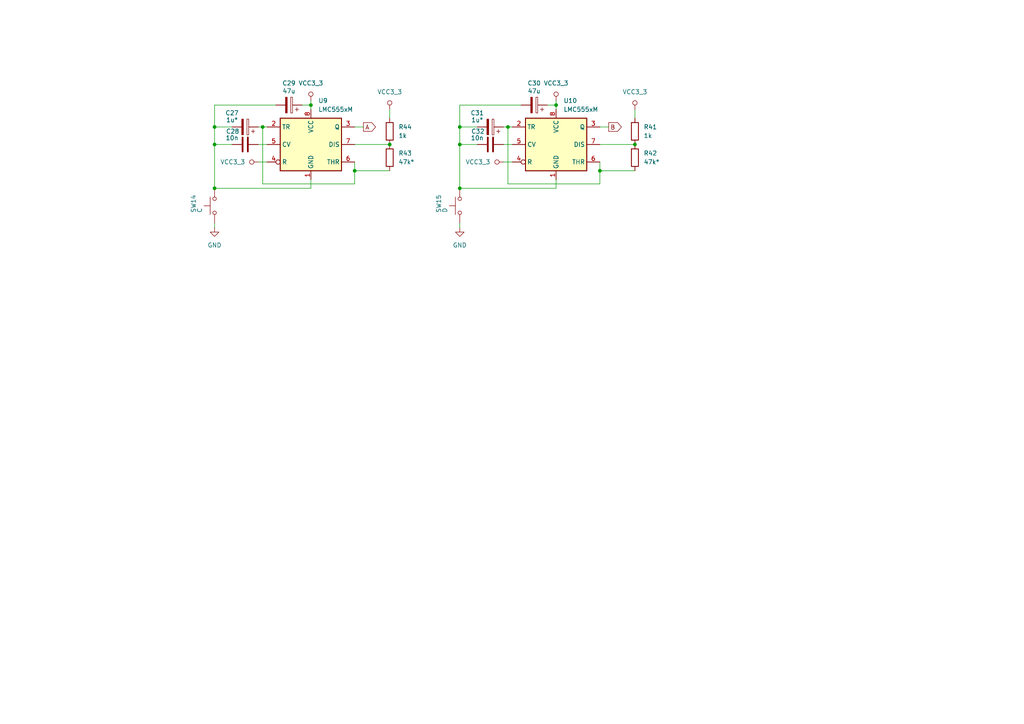
<source format=kicad_sch>
(kicad_sch (version 20250114) (generator "eeschema") (generator_version "9.0")
  (paper "A4")
  (title_block (title "Karabas Esplay") (date "2025-10-04") (rev "A3") (company "Andy Karpov production"))
  (lib_symbols
    (symbol "Device:C" (pin_numbers (hide yes)) (pin_names (offset 0.254))
      (property "Reference" "C" (at 0.635 2.54 0))
      (property "Value" "C" (at 0.635 -2.54 0))
      (symbol "C_0_1"
        (polyline (pts (xy -2.032 0.762) (xy 2.032 0.762)) (stroke (width 0.508)))
        (polyline (pts (xy -2.032 -0.762) (xy 2.032 -0.762)) (stroke (width 0.508)))
      )
      (symbol "C_1_1"
        (pin passive line (at 0 3.81 270) (length 2.794) (name "~") (number "1"))
        (pin passive line (at 0 -3.81 90) (length 2.794) (name "~") (number "2"))
      )
    )
    (symbol "Device:C_Polarized" (pin_numbers (hide yes)) (pin_names (offset 0.254))
      (property "Reference" "C" (at 0.635 2.54 0))
      (property "Value" "C_Polarized" (at 0.635 -2.54 0))
      (symbol "C_Polarized_0_1"
        (rectangle (start -2.286 0.508) (end 2.286 1.016))
        (polyline (pts (xy -1.778 2.286) (xy -0.762 2.286)))
        (polyline (pts (xy -1.27 2.794) (xy -1.27 1.778)))
        (rectangle (start 2.286 -0.508) (end -2.286 -1.016) (fill (type outline)))
      )
      (symbol "C_Polarized_1_1"
        (pin passive line (at 0 3.81 270) (length 2.794) (name "~") (number "1"))
        (pin passive line (at 0 -3.81 90) (length 2.794) (name "~") (number "2"))
      )
    )
    (symbol "Device:R" (pin_numbers (hide yes)) (pin_names (offset 0))
      (property "Reference" "R" (at 2.032 0 90))
      (property "Value" "R" (at 0 0 90))
      (symbol "R_0_1"
        (rectangle (start -1.016 -2.54) (end 1.016 2.54) (stroke (width 0.254)))
      )
      (symbol "R_1_1"
        (pin passive line (at 0 3.81 270) (length 1.27) (name "~") (number "1"))
        (pin passive line (at 0 -3.81 90) (length 1.27) (name "~") (number "2"))
      )
    )
    (symbol "Switch:SW_Push" (pin_numbers (hide yes)) (pin_names (offset 1.016) (hide yes))
      (property "Reference" "SW" (at 1.27 2.54 0))
      (property "Value" "SW_Push" (at 0 -1.524 0))
      (symbol "SW_Push_0_1"
        (circle (center -2.032 0) (radius 0.508))
        (polyline (pts (xy 0 1.27) (xy 0 3.048)))
        (circle (center 2.032 0) (radius 0.508))
        (polyline (pts (xy 2.54 1.27) (xy -2.54 1.27)))
        (pin passive line (at -5.08 0 0) (length 2.54) (name "1") (number "1"))
        (pin passive line (at 5.08 0 180) (length 2.54) (name "2") (number "2"))
      )
    )
    (symbol "Timer:LMC555xM"
      (property "Reference" "U" (at -10.16 8.89 0))
      (property "Value" "LMC555xM" (at 2.54 8.89 0))
      (symbol "LMC555xM_0_0"
        (pin power_in line (at 0 10.16 270) (length 2.54) (name "VCC") (number "8"))
        (pin power_in line (at 0 -10.16 90) (length 2.54) (name "GND") (number "1"))
      )
      (symbol "LMC555xM_0_1"
        (rectangle (start -8.89 -7.62) (end 8.89 7.62) (stroke (width 0.254)) (fill (type background)))
        (rectangle (start -8.89 -7.62) (end 8.89 7.62) (stroke (width 0.254)) (fill (type background)))
      )
      (symbol "LMC555xM_1_1"
        (pin input line (at -12.7 5.08 0) (length 3.81) (name "TR") (number "2"))
        (pin input line (at -12.7 0 0) (length 3.81) (name "CV") (number "5"))
        (pin input inverted (at -12.7 -5.08 0) (length 3.81) (name "R") (number "4"))
        (pin output line (at 12.7 5.08 180) (length 3.81) (name "Q") (number "3"))
        (pin input line (at 12.7 0 180) (length 3.81) (name "DIS") (number "7"))
        (pin input line (at 12.7 -5.08 180) (length 3.81) (name "THR") (number "6"))
      )
    )
    (symbol "power:GND" (power) (pin_numbers (hide yes)) (pin_names (offset 0) (hide yes))
      (property "Value" "GND" (at 0 -3.81 0))
      (symbol "GND_0_1"
        (polyline (pts (xy 0 0) (xy 0 -1.27) (xy 1.27 -1.27) (xy 0 -2.54) (xy -1.27 -1.27) (xy 0 -1.27)))
      )
      (symbol "GND_1_1"
        (pin power_in line (at 0 0 270) (length 0) (name "~") (number "1"))
      )
    )
    (symbol "vcc33:VCC3_3" (power) (pin_names (offset 0))
      (property "Value" "VCC3_3" (at 0 3.81 0))
      (symbol "VCC3_3_0_1"
        (circle (center 0 1.905) (radius 0.635))
        (polyline (pts (xy 0 0) (xy 0 1.27)))
      )
      (symbol "VCC3_3_1_1"
        (pin power_in line (at 0 0 90) (length 0) (hide yes) (name "VCC3_3") (number "1"))
      )
    )
  )
  (junction (at 173.99 49.53))
  (junction (at 62.23 41.91))
  (junction (at 161.29 30.48))
  (junction (at 76.2 36.83))
  (junction (at 133.35 41.91))
  (junction (at 133.35 36.83))
  (junction (at 133.35 54.61))
  (junction (at 62.23 36.83))
  (junction (at 90.17 30.48))
  (junction (at 102.87 49.53))
  (junction (at 147.32 36.83))
  (junction (at 62.23 54.61))
  (junction (at 184.15 41.91))
  (junction (at 113.03 41.91))
  (wire (pts (xy 76.2 36.83) (xy 77.47 36.83)))
  (wire (pts (xy 74.93 36.83) (xy 76.2 36.83)))
  (wire (pts (xy 151.13 30.48) (xy 133.35 30.48)))
  (wire (pts (xy 173.99 36.83) (xy 176.53 36.83)))
  (wire (pts (xy 161.29 30.48) (xy 161.29 31.75)))
  (wire (pts (xy 173.99 49.53) (xy 184.15 49.53)))
  (wire (pts (xy 74.93 41.91) (xy 77.47 41.91)))
  (wire (pts (xy 90.17 29.21) (xy 90.17 30.48)))
  (wire (pts (xy 158.75 30.48) (xy 161.29 30.48)))
  (wire (pts (xy 102.87 36.83) (xy 105.41 36.83)))
  (wire (pts (xy 161.29 52.07) (xy 161.29 54.61)))
  (wire (pts (xy 173.99 53.34) (xy 173.99 49.53)))
  (wire (pts (xy 133.35 36.83) (xy 133.35 41.91)))
  (wire (pts (xy 146.05 36.83) (xy 147.32 36.83)))
  (wire (pts (xy 147.32 36.83) (xy 147.32 53.34)))
  (wire (pts (xy 133.35 30.48) (xy 133.35 36.83)))
  (wire (pts (xy 133.35 54.61) (xy 161.29 54.61)))
  (wire (pts (xy 62.23 36.83) (xy 62.23 41.91)))
  (wire (pts (xy 102.87 46.99) (xy 102.87 49.53)))
  (wire (pts (xy 62.23 54.61) (xy 90.17 54.61)))
  (wire (pts (xy 102.87 53.34) (xy 102.87 49.53)))
  (wire (pts (xy 146.05 41.91) (xy 148.59 41.91)))
  (wire (pts (xy 133.35 41.91) (xy 138.43 41.91)))
  (wire (pts (xy 147.32 53.34) (xy 173.99 53.34)))
  (wire (pts (xy 133.35 36.83) (xy 138.43 36.83)))
  (wire (pts (xy 74.93 46.99) (xy 77.47 46.99)))
  (wire (pts (xy 90.17 52.07) (xy 90.17 54.61)))
  (wire (pts (xy 113.03 31.75) (xy 113.03 34.29)))
  (wire (pts (xy 62.23 30.48) (xy 62.23 36.83)))
  (wire (pts (xy 184.15 31.75) (xy 184.15 34.29)))
  (wire (pts (xy 90.17 30.48) (xy 90.17 31.75)))
  (wire (pts (xy 62.23 36.83) (xy 67.31 36.83)))
  (wire (pts (xy 76.2 53.34) (xy 102.87 53.34)))
  (wire (pts (xy 87.63 30.48) (xy 90.17 30.48)))
  (wire (pts (xy 76.2 36.83) (xy 76.2 53.34)))
  (wire (pts (xy 147.32 36.83) (xy 148.59 36.83)))
  (wire (pts (xy 62.23 64.77) (xy 62.23 66.04)))
  (wire (pts (xy 102.87 41.91) (xy 113.03 41.91)))
  (wire (pts (xy 146.05 46.99) (xy 148.59 46.99)))
  (wire (pts (xy 80.01 30.48) (xy 62.23 30.48)))
  (wire (pts (xy 173.99 46.99) (xy 173.99 49.53)))
  (wire (pts (xy 173.99 41.91) (xy 184.15 41.91)))
  (wire (pts (xy 133.35 41.91) (xy 133.35 54.61)))
  (wire (pts (xy 62.23 41.91) (xy 67.31 41.91)))
  (wire (pts (xy 102.87 49.53) (xy 113.03 49.53)))
  (wire (pts (xy 133.35 66.04) (xy 133.35 64.77)))
  (wire (pts (xy 62.23 41.91) (xy 62.23 54.61)))
  (wire (pts (xy 161.29 29.21) (xy 161.29 30.48)))
  (global_label "B" (shape output) (at 176.53 36.83 0) (property "Intersheetrefs" "${INTERSHEET_REFS}" (effects (hide yes))))
  (global_label "A" (shape output) (at 105.41 36.83 0) (property "Intersheetrefs" "${INTERSHEET_REFS}" (effects (hide yes))))
  (symbol (lib_id "vcc33:VCC3_3") (at 90.17 29.21 0) (unit 1)
    (property "Reference" "#PWR074" (effects (hide yes)))
    (property "Value" "VCC3_3" (at 90.17 24.13 0))
    (property "Description" "Power flag, VCC" (effects (hide yes)))
  )
  (symbol (lib_id "vcc33:VCC3_3") (at 146.05 46.99 90) (unit 1)
    (property "Reference" "#PWR076" (effects (hide yes)))
    (property "Value" "VCC3_3" (at 142.24 46.9899 90) (effects (justify left)))
    (property "Description" "Power flag, VCC" (effects (hide yes)))
  )
  (symbol (lib_id "Device:C_Polarized") (at 154.94 30.48 270) (mirror x) (unit 1)
    (property "Reference" "C30" (at 154.94 24.13 90))
    (property "Value" "47u" (at 154.94 26.416 90))
    (property "Footprint" "Capacitor_Tantalum_SMD:CP_EIA-3528-21_Kemet-B_HandSolder" (effects (hide yes)))
    (property "Description" "Polarized capacitor" (effects (hide yes)))
  )
  (symbol (lib_id "Device:R") (at 113.03 38.1 0) (unit 1)
    (property "Reference" "R44" (at 115.57 36.8299 0) (effects (justify left)))
    (property "Value" "1k" (at 115.57 39.3699 0) (effects (justify left)))
    (property "Footprint" "Resistor_SMD:R_0805_2012Metric_Pad1.20x1.40mm_HandSolder" (effects (hide yes)))
    (property "Description" "Resistor" (effects (hide yes)))
  )
  (symbol (lib_id "vcc33:VCC3_3") (at 161.29 29.21 0) (unit 1)
    (property "Reference" "#PWR072" (effects (hide yes)))
    (property "Value" "VCC3_3" (at 161.29 24.13 0))
    (property "Description" "Power flag, VCC" (effects (hide yes)))
  )
  (symbol (lib_id "power:GND") (at 133.35 66.04 0) (unit 1)
    (property "Reference" "#PWR078" (effects (hide yes)))
    (property "Value" "GND" (at 133.35 71.12 0))
    (property "Description" "Power symbol creates a global label with name \"GND\" , ground" (effects (hide yes)))
  )
  (symbol (lib_id "Device:R") (at 184.15 45.72 0) (unit 1)
    (property "Reference" "R42" (at 186.69 44.4499 0) (effects (justify left)))
    (property "Value" "47k*" (at 186.69 46.9899 0) (effects (justify left)))
    (property "Footprint" "Resistor_SMD:R_0805_2012Metric_Pad1.20x1.40mm_HandSolder" (effects (hide yes)))
    (property "Description" "Resistor" (effects (hide yes)))
  )
  (symbol (lib_id "Device:C") (at 142.24 41.91 90) (unit 1)
    (property "Reference" "C32" (at 136.652 38.1 90) (effects (justify right)))
    (property "Value" "10n" (at 136.525 40.005 90) (effects (justify right)))
    (property "Footprint" "Capacitor_SMD:C_0805_2012Metric_Pad1.18x1.45mm_HandSolder" (effects (hide yes)))
    (property "Description" "Unpolarized capacitor" (effects (hide yes)))
  )
  (symbol (lib_id "Switch:SW_Push") (at 133.35 59.69 90) (unit 1)
    (property "Reference" "SW15" (at 127.254 61.722 0) (effects (justify left)))
    (property "Value" "D" (at 129.032 61.722 0) (effects (justify left)))
    (property "Footprint" "footprints:SW_Push_1TS009_combined1" (effects (hide yes)))
    (property "Description" "Push button switch, generic, two pins" (effects (hide yes)))
  )
  (symbol (lib_id "Device:R") (at 113.03 45.72 0) (unit 1)
    (property "Reference" "R43" (at 115.57 44.4499 0) (effects (justify left)))
    (property "Value" "47k*" (at 115.57 46.9899 0) (effects (justify left)))
    (property "Footprint" "Resistor_SMD:R_0805_2012Metric_Pad1.20x1.40mm_HandSolder" (effects (hide yes)))
    (property "Description" "Resistor" (effects (hide yes)))
  )
  (symbol (lib_id "Device:C") (at 71.12 41.91 90) (unit 1)
    (property "Reference" "C28" (at 65.532 38.1 90) (effects (justify right)))
    (property "Value" "10n" (at 65.405 40.005 90) (effects (justify right)))
    (property "Footprint" "Capacitor_SMD:C_0805_2012Metric_Pad1.18x1.45mm_HandSolder" (effects (hide yes)))
    (property "Description" "Unpolarized capacitor" (effects (hide yes)))
  )
  (symbol (lib_id "Timer:LMC555xM") (at 161.29 41.91 0) (unit 1)
    (property "Reference" "U10" (at 163.4333 29.21 0) (effects (justify left)))
    (property "Value" "LMC555xM" (at 163.4333 31.75 0) (effects (justify left)))
    (property "Footprint" "Package_SO:SOIC-8_3.9x4.9mm_P1.27mm" (effects (hide yes)))
    (property "Datasheet" "http://www.ti.com/lit/ds/symlink/lmc555.pdf" (effects (hide yes)))
    (property "Description" "CMOS Timer, 555 compatible, SOIC-8" (effects (hide yes)))
  )
  (symbol (lib_id "Switch:SW_Push") (at 62.23 59.69 90) (unit 1)
    (property "Reference" "SW14" (at 56.134 61.722 0) (effects (justify left)))
    (property "Value" "C" (at 57.912 61.722 0) (effects (justify left)))
    (property "Footprint" "footprints:SW_Push_1TS009_combined1" (effects (hide yes)))
    (property "Description" "Push button switch, generic, two pins" (effects (hide yes)))
  )
  (symbol (lib_id "Device:R") (at 184.15 38.1 0) (unit 1)
    (property "Reference" "R41" (at 186.69 36.8299 0) (effects (justify left)))
    (property "Value" "1k" (at 186.69 39.3699 0) (effects (justify left)))
    (property "Footprint" "Resistor_SMD:R_0805_2012Metric_Pad1.20x1.40mm_HandSolder" (effects (hide yes)))
    (property "Description" "Resistor" (effects (hide yes)))
  )
  (symbol (lib_id "vcc33:VCC3_3") (at 184.15 31.75 0) (unit 1)
    (property "Reference" "#PWR073" (effects (hide yes)))
    (property "Value" "VCC3_3" (at 184.15 26.67 0))
    (property "Description" "Power flag, VCC" (effects (hide yes)))
  )
  (symbol (lib_id "Device:C_Polarized") (at 142.24 36.83 270) (mirror x) (unit 1)
    (property "Reference" "C31" (at 138.43 32.766 90))
    (property "Value" "1u*" (at 138.43 34.798 90))
    (property "Footprint" "Capacitor_Tantalum_SMD:CP_EIA-3528-21_Kemet-B_HandSolder" (effects (hide yes)))
    (property "Description" "Polarized capacitor" (effects (hide yes)))
  )
  (symbol (lib_id "power:GND") (at 62.23 66.04 0) (unit 1)
    (property "Reference" "#PWR075" (effects (hide yes)))
    (property "Value" "GND" (at 62.23 71.12 0))
    (property "Description" "Power symbol creates a global label with name \"GND\" , ground" (effects (hide yes)))
  )
  (symbol (lib_id "Device:C_Polarized") (at 71.12 36.83 270) (mirror x) (unit 1)
    (property "Reference" "C27" (at 67.31 32.766 90))
    (property "Value" "1u*" (at 67.31 34.798 90))
    (property "Footprint" "Capacitor_Tantalum_SMD:CP_EIA-3528-21_Kemet-B_HandSolder" (effects (hide yes)))
    (property "Description" "Polarized capacitor" (effects (hide yes)))
  )
  (symbol (lib_id "Timer:LMC555xM") (at 90.17 41.91 0) (unit 1)
    (property "Reference" "U9" (at 92.3133 29.21 0) (effects (justify left)))
    (property "Value" "LMC555xM" (at 92.3133 31.75 0) (effects (justify left)))
    (property "Footprint" "Package_SO:SOIC-8_3.9x4.9mm_P1.27mm" (effects (hide yes)))
    (property "Datasheet" "http://www.ti.com/lit/ds/symlink/lmc555.pdf" (effects (hide yes)))
    (property "Description" "CMOS Timer, 555 compatible, SOIC-8" (effects (hide yes)))
  )
  (symbol (lib_id "vcc33:VCC3_3") (at 113.03 31.75 0) (unit 1)
    (property "Reference" "#PWR079" (effects (hide yes)))
    (property "Value" "VCC3_3" (at 113.03 26.67 0))
    (property "Description" "Power flag, VCC" (effects (hide yes)))
  )
  (symbol (lib_id "vcc33:VCC3_3") (at 74.93 46.99 90) (unit 1)
    (property "Reference" "#PWR077" (effects (hide yes)))
    (property "Value" "VCC3_3" (at 71.12 46.9899 90) (effects (justify left)))
    (property "Description" "Power flag, VCC" (effects (hide yes)))
  )
  (symbol (lib_id "Device:C_Polarized") (at 83.82 30.48 270) (mirror x) (unit 1)
    (property "Reference" "C29" (at 83.82 24.13 90))
    (property "Value" "47u" (at 83.82 26.416 90))
    (property "Footprint" "Capacitor_Tantalum_SMD:CP_EIA-3528-21_Kemet-B_HandSolder" (effects (hide yes)))
    (property "Description" "Polarized capacitor" (effects (hide yes)))
  )
)
</source>
